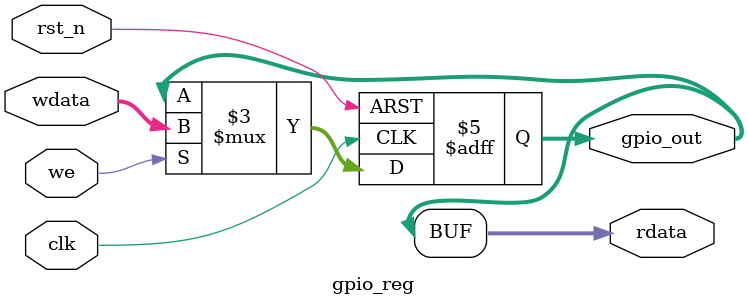
<source format=v>
module gpio_reg(
    input  wire       clk,
    input  wire       rst_n,
    input  wire       we,
    input  wire [7:0] wdata,
    output wire [7:0] rdata,
    output reg  [7:0] gpio_out
);

    assign rdata = gpio_out;

    always @(posedge clk or negedge rst_n) begin
        if (!rst_n)
            gpio_out <= 8'h00;
        else if (we)
            gpio_out <= wdata;
    end

endmodule

</source>
